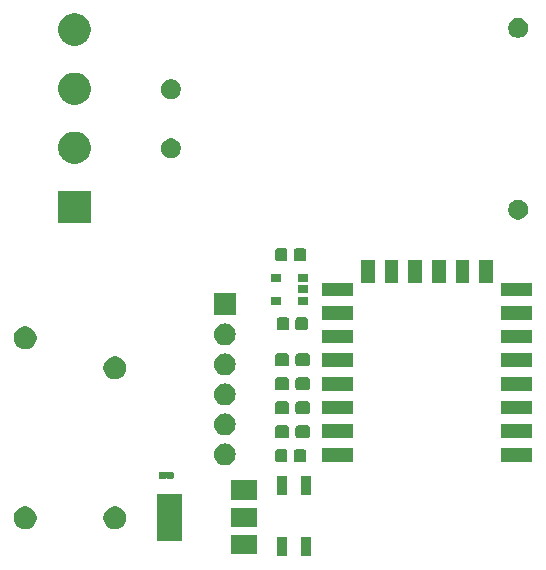
<source format=gts>
G04 #@! TF.GenerationSoftware,KiCad,Pcbnew,5.0.2-bee76a0~70~ubuntu18.04.1*
G04 #@! TF.CreationDate,2019-08-21T20:27:36+02:00*
G04 #@! TF.ProjectId,Ceiling lamp,4365696c-696e-4672-906c-616d702e6b69,rev?*
G04 #@! TF.SameCoordinates,Original*
G04 #@! TF.FileFunction,Soldermask,Top*
G04 #@! TF.FilePolarity,Negative*
%FSLAX46Y46*%
G04 Gerber Fmt 4.6, Leading zero omitted, Abs format (unit mm)*
G04 Created by KiCad (PCBNEW 5.0.2-bee76a0~70~ubuntu18.04.1) date mié 21 ago 2019 20:27:36 CEST*
%MOMM*%
%LPD*%
G01*
G04 APERTURE LIST*
%ADD10C,0.100000*%
G04 APERTURE END LIST*
D10*
G36*
X97183000Y-95074000D02*
X96333000Y-95074000D01*
X96333000Y-93474000D01*
X97183000Y-93474000D01*
X97183000Y-95074000D01*
X97183000Y-95074000D01*
G37*
G36*
X95183000Y-95074000D02*
X94333000Y-95074000D01*
X94333000Y-93474000D01*
X95183000Y-93474000D01*
X95183000Y-95074000D01*
X95183000Y-95074000D01*
G37*
G36*
X92617000Y-94946000D02*
X90467000Y-94946000D01*
X90467000Y-93296000D01*
X92617000Y-93296000D01*
X92617000Y-94946000D01*
X92617000Y-94946000D01*
G37*
G36*
X86317000Y-93796000D02*
X84167000Y-93796000D01*
X84167000Y-89846000D01*
X86317000Y-89846000D01*
X86317000Y-93796000D01*
X86317000Y-93796000D01*
G37*
G36*
X73299397Y-90927468D02*
X73476836Y-91000966D01*
X73636527Y-91107668D01*
X73772332Y-91243473D01*
X73879034Y-91403164D01*
X73952532Y-91580603D01*
X73990000Y-91768971D01*
X73990000Y-91961029D01*
X73952532Y-92149397D01*
X73879034Y-92326836D01*
X73772332Y-92486527D01*
X73636527Y-92622332D01*
X73476836Y-92729034D01*
X73299397Y-92802532D01*
X73111029Y-92840000D01*
X72918971Y-92840000D01*
X72730603Y-92802532D01*
X72553164Y-92729034D01*
X72393473Y-92622332D01*
X72257668Y-92486527D01*
X72150966Y-92326836D01*
X72077468Y-92149397D01*
X72040000Y-91961029D01*
X72040000Y-91768971D01*
X72077468Y-91580603D01*
X72150966Y-91403164D01*
X72257668Y-91243473D01*
X72393473Y-91107668D01*
X72553164Y-91000966D01*
X72730603Y-90927468D01*
X72918971Y-90890000D01*
X73111029Y-90890000D01*
X73299397Y-90927468D01*
X73299397Y-90927468D01*
G37*
G36*
X80899397Y-90927468D02*
X81076836Y-91000966D01*
X81236527Y-91107668D01*
X81372332Y-91243473D01*
X81479034Y-91403164D01*
X81552532Y-91580603D01*
X81590000Y-91768971D01*
X81590000Y-91961029D01*
X81552532Y-92149397D01*
X81479034Y-92326836D01*
X81372332Y-92486527D01*
X81236527Y-92622332D01*
X81076836Y-92729034D01*
X80899397Y-92802532D01*
X80711029Y-92840000D01*
X80518971Y-92840000D01*
X80330603Y-92802532D01*
X80153164Y-92729034D01*
X79993473Y-92622332D01*
X79857668Y-92486527D01*
X79750966Y-92326836D01*
X79677468Y-92149397D01*
X79640000Y-91961029D01*
X79640000Y-91768971D01*
X79677468Y-91580603D01*
X79750966Y-91403164D01*
X79857668Y-91243473D01*
X79993473Y-91107668D01*
X80153164Y-91000966D01*
X80330603Y-90927468D01*
X80518971Y-90890000D01*
X80711029Y-90890000D01*
X80899397Y-90927468D01*
X80899397Y-90927468D01*
G37*
G36*
X92617000Y-92646000D02*
X90467000Y-92646000D01*
X90467000Y-90996000D01*
X92617000Y-90996000D01*
X92617000Y-92646000D01*
X92617000Y-92646000D01*
G37*
G36*
X92617000Y-90346000D02*
X90467000Y-90346000D01*
X90467000Y-88696000D01*
X92617000Y-88696000D01*
X92617000Y-90346000D01*
X92617000Y-90346000D01*
G37*
G36*
X97183000Y-89914000D02*
X96333000Y-89914000D01*
X96333000Y-88314000D01*
X97183000Y-88314000D01*
X97183000Y-89914000D01*
X97183000Y-89914000D01*
G37*
G36*
X95183000Y-89914000D02*
X94333000Y-89914000D01*
X94333000Y-88314000D01*
X95183000Y-88314000D01*
X95183000Y-89914000D01*
X95183000Y-89914000D01*
G37*
G36*
X84887512Y-87992034D02*
X84901470Y-87996268D01*
X84904076Y-87997661D01*
X84926715Y-88007038D01*
X84950749Y-88011818D01*
X84975253Y-88011818D01*
X84999286Y-88007037D01*
X85021924Y-87997661D01*
X85024530Y-87996268D01*
X85038488Y-87992034D01*
X85059140Y-87990000D01*
X85506860Y-87990000D01*
X85527512Y-87992034D01*
X85541471Y-87996268D01*
X85554333Y-88003143D01*
X85565605Y-88012395D01*
X85574857Y-88023667D01*
X85581732Y-88036529D01*
X85585966Y-88050488D01*
X85588000Y-88071140D01*
X85588000Y-88458860D01*
X85585966Y-88479512D01*
X85581732Y-88493471D01*
X85574857Y-88506333D01*
X85565605Y-88517605D01*
X85554333Y-88526857D01*
X85541471Y-88533732D01*
X85527512Y-88537966D01*
X85506860Y-88540000D01*
X85059140Y-88540000D01*
X85038488Y-88537966D01*
X85024530Y-88533732D01*
X85021924Y-88532339D01*
X84999285Y-88522962D01*
X84975251Y-88518182D01*
X84950747Y-88518182D01*
X84926714Y-88522963D01*
X84904076Y-88532339D01*
X84901470Y-88533732D01*
X84887512Y-88537966D01*
X84866860Y-88540000D01*
X84419140Y-88540000D01*
X84398488Y-88537966D01*
X84384529Y-88533732D01*
X84371667Y-88526857D01*
X84360395Y-88517605D01*
X84351143Y-88506333D01*
X84344268Y-88493471D01*
X84340034Y-88479512D01*
X84338000Y-88458860D01*
X84338000Y-88071140D01*
X84340034Y-88050488D01*
X84344268Y-88036529D01*
X84351143Y-88023667D01*
X84360395Y-88012395D01*
X84371667Y-88003143D01*
X84384529Y-87996268D01*
X84398488Y-87992034D01*
X84419140Y-87990000D01*
X84866860Y-87990000D01*
X84887512Y-87992034D01*
X84887512Y-87992034D01*
G37*
G36*
X90097330Y-85575384D02*
X90271696Y-85628277D01*
X90432390Y-85714170D01*
X90573238Y-85829762D01*
X90688830Y-85970610D01*
X90774723Y-86131304D01*
X90827616Y-86305670D01*
X90845475Y-86487000D01*
X90827616Y-86668330D01*
X90774723Y-86842696D01*
X90688830Y-87003390D01*
X90573238Y-87144238D01*
X90432390Y-87259830D01*
X90271696Y-87345723D01*
X90097330Y-87398616D01*
X89961438Y-87412000D01*
X89870562Y-87412000D01*
X89734670Y-87398616D01*
X89560304Y-87345723D01*
X89399610Y-87259830D01*
X89258762Y-87144238D01*
X89143170Y-87003390D01*
X89057277Y-86842696D01*
X89004384Y-86668330D01*
X88986525Y-86487000D01*
X89004384Y-86305670D01*
X89057277Y-86131304D01*
X89143170Y-85970610D01*
X89258762Y-85829762D01*
X89399610Y-85714170D01*
X89560304Y-85628277D01*
X89734670Y-85575384D01*
X89870562Y-85562000D01*
X89961438Y-85562000D01*
X90097330Y-85575384D01*
X90097330Y-85575384D01*
G37*
G36*
X96647931Y-86068316D02*
X96684163Y-86079307D01*
X96717554Y-86097155D01*
X96746824Y-86121176D01*
X96770845Y-86150446D01*
X96788693Y-86183837D01*
X96799684Y-86220069D01*
X96804000Y-86263891D01*
X96804000Y-86964109D01*
X96799684Y-87007931D01*
X96788693Y-87044163D01*
X96770845Y-87077554D01*
X96746824Y-87106824D01*
X96717554Y-87130845D01*
X96684163Y-87148693D01*
X96647931Y-87159684D01*
X96604109Y-87164000D01*
X95978891Y-87164000D01*
X95935069Y-87159684D01*
X95898837Y-87148693D01*
X95865446Y-87130845D01*
X95836176Y-87106824D01*
X95812155Y-87077554D01*
X95794307Y-87044163D01*
X95783316Y-87007931D01*
X95779000Y-86964109D01*
X95779000Y-86263891D01*
X95783316Y-86220069D01*
X95794307Y-86183837D01*
X95812155Y-86150446D01*
X95836176Y-86121176D01*
X95865446Y-86097155D01*
X95898837Y-86079307D01*
X95935069Y-86068316D01*
X95978891Y-86064000D01*
X96604109Y-86064000D01*
X96647931Y-86068316D01*
X96647931Y-86068316D01*
G37*
G36*
X95072931Y-86068316D02*
X95109163Y-86079307D01*
X95142554Y-86097155D01*
X95171824Y-86121176D01*
X95195845Y-86150446D01*
X95213693Y-86183837D01*
X95224684Y-86220069D01*
X95229000Y-86263891D01*
X95229000Y-86964109D01*
X95224684Y-87007931D01*
X95213693Y-87044163D01*
X95195845Y-87077554D01*
X95171824Y-87106824D01*
X95142554Y-87130845D01*
X95109163Y-87148693D01*
X95072931Y-87159684D01*
X95029109Y-87164000D01*
X94403891Y-87164000D01*
X94360069Y-87159684D01*
X94323837Y-87148693D01*
X94290446Y-87130845D01*
X94261176Y-87106824D01*
X94237155Y-87077554D01*
X94219307Y-87044163D01*
X94208316Y-87007931D01*
X94204000Y-86964109D01*
X94204000Y-86263891D01*
X94208316Y-86220069D01*
X94219307Y-86183837D01*
X94237155Y-86150446D01*
X94261176Y-86121176D01*
X94290446Y-86097155D01*
X94323837Y-86079307D01*
X94360069Y-86068316D01*
X94403891Y-86064000D01*
X95029109Y-86064000D01*
X95072931Y-86068316D01*
X95072931Y-86068316D01*
G37*
G36*
X100766000Y-87093000D02*
X98116000Y-87093000D01*
X98116000Y-85943000D01*
X100766000Y-85943000D01*
X100766000Y-87093000D01*
X100766000Y-87093000D01*
G37*
G36*
X115966000Y-87093000D02*
X113316000Y-87093000D01*
X113316000Y-85943000D01*
X115966000Y-85943000D01*
X115966000Y-87093000D01*
X115966000Y-87093000D01*
G37*
G36*
X96934840Y-84036676D02*
X96974589Y-84048734D01*
X97011223Y-84068315D01*
X97043333Y-84094667D01*
X97069685Y-84126777D01*
X97089266Y-84163411D01*
X97101324Y-84203160D01*
X97106000Y-84250640D01*
X97106000Y-84913360D01*
X97101324Y-84960840D01*
X97089266Y-85000589D01*
X97069685Y-85037223D01*
X97043333Y-85069333D01*
X97011223Y-85095685D01*
X96974589Y-85115266D01*
X96934840Y-85127324D01*
X96887360Y-85132000D01*
X96124640Y-85132000D01*
X96077160Y-85127324D01*
X96037411Y-85115266D01*
X96000777Y-85095685D01*
X95968667Y-85069333D01*
X95942315Y-85037223D01*
X95922734Y-85000589D01*
X95910676Y-84960840D01*
X95906000Y-84913360D01*
X95906000Y-84250640D01*
X95910676Y-84203160D01*
X95922734Y-84163411D01*
X95942315Y-84126777D01*
X95968667Y-84094667D01*
X96000777Y-84068315D01*
X96037411Y-84048734D01*
X96077160Y-84036676D01*
X96124640Y-84032000D01*
X96887360Y-84032000D01*
X96934840Y-84036676D01*
X96934840Y-84036676D01*
G37*
G36*
X95184840Y-84036676D02*
X95224589Y-84048734D01*
X95261223Y-84068315D01*
X95293333Y-84094667D01*
X95319685Y-84126777D01*
X95339266Y-84163411D01*
X95351324Y-84203160D01*
X95356000Y-84250640D01*
X95356000Y-84913360D01*
X95351324Y-84960840D01*
X95339266Y-85000589D01*
X95319685Y-85037223D01*
X95293333Y-85069333D01*
X95261223Y-85095685D01*
X95224589Y-85115266D01*
X95184840Y-85127324D01*
X95137360Y-85132000D01*
X94374640Y-85132000D01*
X94327160Y-85127324D01*
X94287411Y-85115266D01*
X94250777Y-85095685D01*
X94218667Y-85069333D01*
X94192315Y-85037223D01*
X94172734Y-85000589D01*
X94160676Y-84960840D01*
X94156000Y-84913360D01*
X94156000Y-84250640D01*
X94160676Y-84203160D01*
X94172734Y-84163411D01*
X94192315Y-84126777D01*
X94218667Y-84094667D01*
X94250777Y-84068315D01*
X94287411Y-84048734D01*
X94327160Y-84036676D01*
X94374640Y-84032000D01*
X95137360Y-84032000D01*
X95184840Y-84036676D01*
X95184840Y-84036676D01*
G37*
G36*
X115966000Y-85093000D02*
X113316000Y-85093000D01*
X113316000Y-83943000D01*
X115966000Y-83943000D01*
X115966000Y-85093000D01*
X115966000Y-85093000D01*
G37*
G36*
X100766000Y-85093000D02*
X98116000Y-85093000D01*
X98116000Y-83943000D01*
X100766000Y-83943000D01*
X100766000Y-85093000D01*
X100766000Y-85093000D01*
G37*
G36*
X90097330Y-83035384D02*
X90271696Y-83088277D01*
X90432390Y-83174170D01*
X90573238Y-83289762D01*
X90688830Y-83430610D01*
X90774723Y-83591304D01*
X90827616Y-83765670D01*
X90845475Y-83947000D01*
X90827616Y-84128330D01*
X90774723Y-84302696D01*
X90688830Y-84463390D01*
X90573238Y-84604238D01*
X90432390Y-84719830D01*
X90271696Y-84805723D01*
X90097330Y-84858616D01*
X89961438Y-84872000D01*
X89870562Y-84872000D01*
X89734670Y-84858616D01*
X89560304Y-84805723D01*
X89399610Y-84719830D01*
X89258762Y-84604238D01*
X89143170Y-84463390D01*
X89057277Y-84302696D01*
X89004384Y-84128330D01*
X88986525Y-83947000D01*
X89004384Y-83765670D01*
X89057277Y-83591304D01*
X89143170Y-83430610D01*
X89258762Y-83289762D01*
X89399610Y-83174170D01*
X89560304Y-83088277D01*
X89734670Y-83035384D01*
X89870562Y-83022000D01*
X89961438Y-83022000D01*
X90097330Y-83035384D01*
X90097330Y-83035384D01*
G37*
G36*
X95184840Y-82004676D02*
X95224589Y-82016734D01*
X95261223Y-82036315D01*
X95293333Y-82062667D01*
X95319685Y-82094777D01*
X95339266Y-82131411D01*
X95351324Y-82171160D01*
X95356000Y-82218640D01*
X95356000Y-82881360D01*
X95351324Y-82928840D01*
X95339266Y-82968589D01*
X95319685Y-83005223D01*
X95293333Y-83037333D01*
X95261223Y-83063685D01*
X95224589Y-83083266D01*
X95184840Y-83095324D01*
X95137360Y-83100000D01*
X94374640Y-83100000D01*
X94327160Y-83095324D01*
X94287411Y-83083266D01*
X94250777Y-83063685D01*
X94218667Y-83037333D01*
X94192315Y-83005223D01*
X94172734Y-82968589D01*
X94160676Y-82928840D01*
X94156000Y-82881360D01*
X94156000Y-82218640D01*
X94160676Y-82171160D01*
X94172734Y-82131411D01*
X94192315Y-82094777D01*
X94218667Y-82062667D01*
X94250777Y-82036315D01*
X94287411Y-82016734D01*
X94327160Y-82004676D01*
X94374640Y-82000000D01*
X95137360Y-82000000D01*
X95184840Y-82004676D01*
X95184840Y-82004676D01*
G37*
G36*
X96934840Y-82004676D02*
X96974589Y-82016734D01*
X97011223Y-82036315D01*
X97043333Y-82062667D01*
X97069685Y-82094777D01*
X97089266Y-82131411D01*
X97101324Y-82171160D01*
X97106000Y-82218640D01*
X97106000Y-82881360D01*
X97101324Y-82928840D01*
X97089266Y-82968589D01*
X97069685Y-83005223D01*
X97043333Y-83037333D01*
X97011223Y-83063685D01*
X96974589Y-83083266D01*
X96934840Y-83095324D01*
X96887360Y-83100000D01*
X96124640Y-83100000D01*
X96077160Y-83095324D01*
X96037411Y-83083266D01*
X96000777Y-83063685D01*
X95968667Y-83037333D01*
X95942315Y-83005223D01*
X95922734Y-82968589D01*
X95910676Y-82928840D01*
X95906000Y-82881360D01*
X95906000Y-82218640D01*
X95910676Y-82171160D01*
X95922734Y-82131411D01*
X95942315Y-82094777D01*
X95968667Y-82062667D01*
X96000777Y-82036315D01*
X96037411Y-82016734D01*
X96077160Y-82004676D01*
X96124640Y-82000000D01*
X96887360Y-82000000D01*
X96934840Y-82004676D01*
X96934840Y-82004676D01*
G37*
G36*
X100766000Y-83093000D02*
X98116000Y-83093000D01*
X98116000Y-81943000D01*
X100766000Y-81943000D01*
X100766000Y-83093000D01*
X100766000Y-83093000D01*
G37*
G36*
X115966000Y-83093000D02*
X113316000Y-83093000D01*
X113316000Y-81943000D01*
X115966000Y-81943000D01*
X115966000Y-83093000D01*
X115966000Y-83093000D01*
G37*
G36*
X90097330Y-80495384D02*
X90271696Y-80548277D01*
X90432390Y-80634170D01*
X90573238Y-80749762D01*
X90688830Y-80890610D01*
X90774723Y-81051304D01*
X90827616Y-81225670D01*
X90845475Y-81407000D01*
X90827616Y-81588330D01*
X90774723Y-81762696D01*
X90688830Y-81923390D01*
X90573238Y-82064238D01*
X90432390Y-82179830D01*
X90271696Y-82265723D01*
X90097330Y-82318616D01*
X89961438Y-82332000D01*
X89870562Y-82332000D01*
X89734670Y-82318616D01*
X89560304Y-82265723D01*
X89399610Y-82179830D01*
X89258762Y-82064238D01*
X89143170Y-81923390D01*
X89057277Y-81762696D01*
X89004384Y-81588330D01*
X88986525Y-81407000D01*
X89004384Y-81225670D01*
X89057277Y-81051304D01*
X89143170Y-80890610D01*
X89258762Y-80749762D01*
X89399610Y-80634170D01*
X89560304Y-80548277D01*
X89734670Y-80495384D01*
X89870562Y-80482000D01*
X89961438Y-80482000D01*
X90097330Y-80495384D01*
X90097330Y-80495384D01*
G37*
G36*
X115966000Y-81093000D02*
X113316000Y-81093000D01*
X113316000Y-79943000D01*
X115966000Y-79943000D01*
X115966000Y-81093000D01*
X115966000Y-81093000D01*
G37*
G36*
X100766000Y-81093000D02*
X98116000Y-81093000D01*
X98116000Y-79943000D01*
X100766000Y-79943000D01*
X100766000Y-81093000D01*
X100766000Y-81093000D01*
G37*
G36*
X96934840Y-79972676D02*
X96974589Y-79984734D01*
X97011223Y-80004315D01*
X97043333Y-80030667D01*
X97069685Y-80062777D01*
X97089266Y-80099411D01*
X97101324Y-80139160D01*
X97106000Y-80186640D01*
X97106000Y-80849360D01*
X97101324Y-80896840D01*
X97089266Y-80936589D01*
X97069685Y-80973223D01*
X97043333Y-81005333D01*
X97011223Y-81031685D01*
X96974589Y-81051266D01*
X96934840Y-81063324D01*
X96887360Y-81068000D01*
X96124640Y-81068000D01*
X96077160Y-81063324D01*
X96037411Y-81051266D01*
X96000777Y-81031685D01*
X95968667Y-81005333D01*
X95942315Y-80973223D01*
X95922734Y-80936589D01*
X95910676Y-80896840D01*
X95906000Y-80849360D01*
X95906000Y-80186640D01*
X95910676Y-80139160D01*
X95922734Y-80099411D01*
X95942315Y-80062777D01*
X95968667Y-80030667D01*
X96000777Y-80004315D01*
X96037411Y-79984734D01*
X96077160Y-79972676D01*
X96124640Y-79968000D01*
X96887360Y-79968000D01*
X96934840Y-79972676D01*
X96934840Y-79972676D01*
G37*
G36*
X95184840Y-79972676D02*
X95224589Y-79984734D01*
X95261223Y-80004315D01*
X95293333Y-80030667D01*
X95319685Y-80062777D01*
X95339266Y-80099411D01*
X95351324Y-80139160D01*
X95356000Y-80186640D01*
X95356000Y-80849360D01*
X95351324Y-80896840D01*
X95339266Y-80936589D01*
X95319685Y-80973223D01*
X95293333Y-81005333D01*
X95261223Y-81031685D01*
X95224589Y-81051266D01*
X95184840Y-81063324D01*
X95137360Y-81068000D01*
X94374640Y-81068000D01*
X94327160Y-81063324D01*
X94287411Y-81051266D01*
X94250777Y-81031685D01*
X94218667Y-81005333D01*
X94192315Y-80973223D01*
X94172734Y-80936589D01*
X94160676Y-80896840D01*
X94156000Y-80849360D01*
X94156000Y-80186640D01*
X94160676Y-80139160D01*
X94172734Y-80099411D01*
X94192315Y-80062777D01*
X94218667Y-80030667D01*
X94250777Y-80004315D01*
X94287411Y-79984734D01*
X94327160Y-79972676D01*
X94374640Y-79968000D01*
X95137360Y-79968000D01*
X95184840Y-79972676D01*
X95184840Y-79972676D01*
G37*
G36*
X80899397Y-78227468D02*
X81076836Y-78300966D01*
X81236527Y-78407668D01*
X81372332Y-78543473D01*
X81479034Y-78703164D01*
X81552532Y-78880603D01*
X81590000Y-79068971D01*
X81590000Y-79261029D01*
X81552532Y-79449397D01*
X81479034Y-79626836D01*
X81372332Y-79786527D01*
X81236527Y-79922332D01*
X81076836Y-80029034D01*
X80899397Y-80102532D01*
X80711029Y-80140000D01*
X80518971Y-80140000D01*
X80330603Y-80102532D01*
X80153164Y-80029034D01*
X79993473Y-79922332D01*
X79857668Y-79786527D01*
X79750966Y-79626836D01*
X79677468Y-79449397D01*
X79640000Y-79261029D01*
X79640000Y-79068971D01*
X79677468Y-78880603D01*
X79750966Y-78703164D01*
X79857668Y-78543473D01*
X79993473Y-78407668D01*
X80153164Y-78300966D01*
X80330603Y-78227468D01*
X80518971Y-78190000D01*
X80711029Y-78190000D01*
X80899397Y-78227468D01*
X80899397Y-78227468D01*
G37*
G36*
X90097330Y-77955384D02*
X90271696Y-78008277D01*
X90432390Y-78094170D01*
X90573238Y-78209762D01*
X90688830Y-78350610D01*
X90774723Y-78511304D01*
X90827616Y-78685670D01*
X90845475Y-78867000D01*
X90827616Y-79048330D01*
X90774723Y-79222696D01*
X90688830Y-79383390D01*
X90573238Y-79524238D01*
X90432390Y-79639830D01*
X90271696Y-79725723D01*
X90097330Y-79778616D01*
X89961438Y-79792000D01*
X89870562Y-79792000D01*
X89734670Y-79778616D01*
X89560304Y-79725723D01*
X89399610Y-79639830D01*
X89258762Y-79524238D01*
X89143170Y-79383390D01*
X89057277Y-79222696D01*
X89004384Y-79048330D01*
X88986525Y-78867000D01*
X89004384Y-78685670D01*
X89057277Y-78511304D01*
X89143170Y-78350610D01*
X89258762Y-78209762D01*
X89399610Y-78094170D01*
X89560304Y-78008277D01*
X89734670Y-77955384D01*
X89870562Y-77942000D01*
X89961438Y-77942000D01*
X90097330Y-77955384D01*
X90097330Y-77955384D01*
G37*
G36*
X100766000Y-79093000D02*
X98116000Y-79093000D01*
X98116000Y-77943000D01*
X100766000Y-77943000D01*
X100766000Y-79093000D01*
X100766000Y-79093000D01*
G37*
G36*
X115966000Y-79093000D02*
X113316000Y-79093000D01*
X113316000Y-77943000D01*
X115966000Y-77943000D01*
X115966000Y-79093000D01*
X115966000Y-79093000D01*
G37*
G36*
X96934840Y-77940676D02*
X96974589Y-77952734D01*
X97011223Y-77972315D01*
X97043333Y-77998667D01*
X97069685Y-78030777D01*
X97089266Y-78067411D01*
X97101324Y-78107160D01*
X97106000Y-78154640D01*
X97106000Y-78817360D01*
X97101324Y-78864840D01*
X97089266Y-78904589D01*
X97069685Y-78941223D01*
X97043333Y-78973333D01*
X97011223Y-78999685D01*
X96974589Y-79019266D01*
X96934840Y-79031324D01*
X96887360Y-79036000D01*
X96124640Y-79036000D01*
X96077160Y-79031324D01*
X96037411Y-79019266D01*
X96000777Y-78999685D01*
X95968667Y-78973333D01*
X95942315Y-78941223D01*
X95922734Y-78904589D01*
X95910676Y-78864840D01*
X95906000Y-78817360D01*
X95906000Y-78154640D01*
X95910676Y-78107160D01*
X95922734Y-78067411D01*
X95942315Y-78030777D01*
X95968667Y-77998667D01*
X96000777Y-77972315D01*
X96037411Y-77952734D01*
X96077160Y-77940676D01*
X96124640Y-77936000D01*
X96887360Y-77936000D01*
X96934840Y-77940676D01*
X96934840Y-77940676D01*
G37*
G36*
X95184840Y-77940676D02*
X95224589Y-77952734D01*
X95261223Y-77972315D01*
X95293333Y-77998667D01*
X95319685Y-78030777D01*
X95339266Y-78067411D01*
X95351324Y-78107160D01*
X95356000Y-78154640D01*
X95356000Y-78817360D01*
X95351324Y-78864840D01*
X95339266Y-78904589D01*
X95319685Y-78941223D01*
X95293333Y-78973333D01*
X95261223Y-78999685D01*
X95224589Y-79019266D01*
X95184840Y-79031324D01*
X95137360Y-79036000D01*
X94374640Y-79036000D01*
X94327160Y-79031324D01*
X94287411Y-79019266D01*
X94250777Y-78999685D01*
X94218667Y-78973333D01*
X94192315Y-78941223D01*
X94172734Y-78904589D01*
X94160676Y-78864840D01*
X94156000Y-78817360D01*
X94156000Y-78154640D01*
X94160676Y-78107160D01*
X94172734Y-78067411D01*
X94192315Y-78030777D01*
X94218667Y-77998667D01*
X94250777Y-77972315D01*
X94287411Y-77952734D01*
X94327160Y-77940676D01*
X94374640Y-77936000D01*
X95137360Y-77936000D01*
X95184840Y-77940676D01*
X95184840Y-77940676D01*
G37*
G36*
X73299397Y-75687468D02*
X73476836Y-75760966D01*
X73636527Y-75867668D01*
X73772332Y-76003473D01*
X73879034Y-76163164D01*
X73952532Y-76340603D01*
X73990000Y-76528971D01*
X73990000Y-76721029D01*
X73952532Y-76909397D01*
X73879034Y-77086836D01*
X73772332Y-77246527D01*
X73636527Y-77382332D01*
X73476836Y-77489034D01*
X73299397Y-77562532D01*
X73111029Y-77600000D01*
X72918971Y-77600000D01*
X72730603Y-77562532D01*
X72553164Y-77489034D01*
X72393473Y-77382332D01*
X72257668Y-77246527D01*
X72150966Y-77086836D01*
X72077468Y-76909397D01*
X72040000Y-76721029D01*
X72040000Y-76528971D01*
X72077468Y-76340603D01*
X72150966Y-76163164D01*
X72257668Y-76003473D01*
X72393473Y-75867668D01*
X72553164Y-75760966D01*
X72730603Y-75687468D01*
X72918971Y-75650000D01*
X73111029Y-75650000D01*
X73299397Y-75687468D01*
X73299397Y-75687468D01*
G37*
G36*
X90097330Y-75415384D02*
X90271696Y-75468277D01*
X90432390Y-75554170D01*
X90573238Y-75669762D01*
X90688830Y-75810610D01*
X90774723Y-75971304D01*
X90827616Y-76145670D01*
X90845475Y-76327000D01*
X90827616Y-76508330D01*
X90774723Y-76682696D01*
X90688830Y-76843390D01*
X90573238Y-76984238D01*
X90432390Y-77099830D01*
X90271696Y-77185723D01*
X90097330Y-77238616D01*
X89961438Y-77252000D01*
X89870562Y-77252000D01*
X89734670Y-77238616D01*
X89560304Y-77185723D01*
X89399610Y-77099830D01*
X89258762Y-76984238D01*
X89143170Y-76843390D01*
X89057277Y-76682696D01*
X89004384Y-76508330D01*
X88986525Y-76327000D01*
X89004384Y-76145670D01*
X89057277Y-75971304D01*
X89143170Y-75810610D01*
X89258762Y-75669762D01*
X89399610Y-75554170D01*
X89560304Y-75468277D01*
X89734670Y-75415384D01*
X89870562Y-75402000D01*
X89961438Y-75402000D01*
X90097330Y-75415384D01*
X90097330Y-75415384D01*
G37*
G36*
X115966000Y-77093000D02*
X113316000Y-77093000D01*
X113316000Y-75943000D01*
X115966000Y-75943000D01*
X115966000Y-77093000D01*
X115966000Y-77093000D01*
G37*
G36*
X100766000Y-77093000D02*
X98116000Y-77093000D01*
X98116000Y-75943000D01*
X100766000Y-75943000D01*
X100766000Y-77093000D01*
X100766000Y-77093000D01*
G37*
G36*
X96774931Y-74892316D02*
X96811163Y-74903307D01*
X96844554Y-74921155D01*
X96873824Y-74945176D01*
X96897845Y-74974446D01*
X96915693Y-75007837D01*
X96926684Y-75044069D01*
X96931000Y-75087891D01*
X96931000Y-75788109D01*
X96926684Y-75831931D01*
X96915693Y-75868163D01*
X96897845Y-75901554D01*
X96873824Y-75930824D01*
X96844554Y-75954845D01*
X96811163Y-75972693D01*
X96774931Y-75983684D01*
X96731109Y-75988000D01*
X96105891Y-75988000D01*
X96062069Y-75983684D01*
X96025837Y-75972693D01*
X95992446Y-75954845D01*
X95963176Y-75930824D01*
X95939155Y-75901554D01*
X95921307Y-75868163D01*
X95910316Y-75831931D01*
X95906000Y-75788109D01*
X95906000Y-75087891D01*
X95910316Y-75044069D01*
X95921307Y-75007837D01*
X95939155Y-74974446D01*
X95963176Y-74945176D01*
X95992446Y-74921155D01*
X96025837Y-74903307D01*
X96062069Y-74892316D01*
X96105891Y-74888000D01*
X96731109Y-74888000D01*
X96774931Y-74892316D01*
X96774931Y-74892316D01*
G37*
G36*
X95199931Y-74892316D02*
X95236163Y-74903307D01*
X95269554Y-74921155D01*
X95298824Y-74945176D01*
X95322845Y-74974446D01*
X95340693Y-75007837D01*
X95351684Y-75044069D01*
X95356000Y-75087891D01*
X95356000Y-75788109D01*
X95351684Y-75831931D01*
X95340693Y-75868163D01*
X95322845Y-75901554D01*
X95298824Y-75930824D01*
X95269554Y-75954845D01*
X95236163Y-75972693D01*
X95199931Y-75983684D01*
X95156109Y-75988000D01*
X94530891Y-75988000D01*
X94487069Y-75983684D01*
X94450837Y-75972693D01*
X94417446Y-75954845D01*
X94388176Y-75930824D01*
X94364155Y-75901554D01*
X94346307Y-75868163D01*
X94335316Y-75831931D01*
X94331000Y-75788109D01*
X94331000Y-75087891D01*
X94335316Y-75044069D01*
X94346307Y-75007837D01*
X94364155Y-74974446D01*
X94388176Y-74945176D01*
X94417446Y-74921155D01*
X94450837Y-74903307D01*
X94487069Y-74892316D01*
X94530891Y-74888000D01*
X95156109Y-74888000D01*
X95199931Y-74892316D01*
X95199931Y-74892316D01*
G37*
G36*
X100766000Y-75093000D02*
X98116000Y-75093000D01*
X98116000Y-73943000D01*
X100766000Y-73943000D01*
X100766000Y-75093000D01*
X100766000Y-75093000D01*
G37*
G36*
X115966000Y-75093000D02*
X113316000Y-75093000D01*
X113316000Y-73943000D01*
X115966000Y-73943000D01*
X115966000Y-75093000D01*
X115966000Y-75093000D01*
G37*
G36*
X90841000Y-74712000D02*
X88991000Y-74712000D01*
X88991000Y-72862000D01*
X90841000Y-72862000D01*
X90841000Y-74712000D01*
X90841000Y-74712000D01*
G37*
G36*
X96962000Y-73797000D02*
X96112000Y-73797000D01*
X96112000Y-73137000D01*
X96962000Y-73137000D01*
X96962000Y-73797000D01*
X96962000Y-73797000D01*
G37*
G36*
X94642000Y-73797000D02*
X93792000Y-73797000D01*
X93792000Y-73137000D01*
X94642000Y-73137000D01*
X94642000Y-73797000D01*
X94642000Y-73797000D01*
G37*
G36*
X100766000Y-73093000D02*
X98116000Y-73093000D01*
X98116000Y-71943000D01*
X100766000Y-71943000D01*
X100766000Y-73093000D01*
X100766000Y-73093000D01*
G37*
G36*
X115966000Y-73093000D02*
X113316000Y-73093000D01*
X113316000Y-71943000D01*
X115966000Y-71943000D01*
X115966000Y-73093000D01*
X115966000Y-73093000D01*
G37*
G36*
X96962000Y-72847000D02*
X96112000Y-72847000D01*
X96112000Y-72187000D01*
X96962000Y-72187000D01*
X96962000Y-72847000D01*
X96962000Y-72847000D01*
G37*
G36*
X106616000Y-71993000D02*
X105466000Y-71993000D01*
X105466000Y-70043000D01*
X106616000Y-70043000D01*
X106616000Y-71993000D01*
X106616000Y-71993000D01*
G37*
G36*
X102616000Y-71993000D02*
X101466000Y-71993000D01*
X101466000Y-70043000D01*
X102616000Y-70043000D01*
X102616000Y-71993000D01*
X102616000Y-71993000D01*
G37*
G36*
X104616000Y-71993000D02*
X103466000Y-71993000D01*
X103466000Y-70043000D01*
X104616000Y-70043000D01*
X104616000Y-71993000D01*
X104616000Y-71993000D01*
G37*
G36*
X112616000Y-71993000D02*
X111466000Y-71993000D01*
X111466000Y-70043000D01*
X112616000Y-70043000D01*
X112616000Y-71993000D01*
X112616000Y-71993000D01*
G37*
G36*
X110616000Y-71993000D02*
X109466000Y-71993000D01*
X109466000Y-70043000D01*
X110616000Y-70043000D01*
X110616000Y-71993000D01*
X110616000Y-71993000D01*
G37*
G36*
X108616000Y-71993000D02*
X107466000Y-71993000D01*
X107466000Y-70043000D01*
X108616000Y-70043000D01*
X108616000Y-71993000D01*
X108616000Y-71993000D01*
G37*
G36*
X96962000Y-71897000D02*
X96112000Y-71897000D01*
X96112000Y-71237000D01*
X96962000Y-71237000D01*
X96962000Y-71897000D01*
X96962000Y-71897000D01*
G37*
G36*
X94642000Y-71897000D02*
X93792000Y-71897000D01*
X93792000Y-71237000D01*
X94642000Y-71237000D01*
X94642000Y-71897000D01*
X94642000Y-71897000D01*
G37*
G36*
X96647931Y-69050316D02*
X96684163Y-69061307D01*
X96717554Y-69079155D01*
X96746824Y-69103176D01*
X96770845Y-69132446D01*
X96788693Y-69165837D01*
X96799684Y-69202069D01*
X96804000Y-69245891D01*
X96804000Y-69946109D01*
X96799684Y-69989931D01*
X96788693Y-70026163D01*
X96770845Y-70059554D01*
X96746824Y-70088824D01*
X96717554Y-70112845D01*
X96684163Y-70130693D01*
X96647931Y-70141684D01*
X96604109Y-70146000D01*
X95978891Y-70146000D01*
X95935069Y-70141684D01*
X95898837Y-70130693D01*
X95865446Y-70112845D01*
X95836176Y-70088824D01*
X95812155Y-70059554D01*
X95794307Y-70026163D01*
X95783316Y-69989931D01*
X95779000Y-69946109D01*
X95779000Y-69245891D01*
X95783316Y-69202069D01*
X95794307Y-69165837D01*
X95812155Y-69132446D01*
X95836176Y-69103176D01*
X95865446Y-69079155D01*
X95898837Y-69061307D01*
X95935069Y-69050316D01*
X95978891Y-69046000D01*
X96604109Y-69046000D01*
X96647931Y-69050316D01*
X96647931Y-69050316D01*
G37*
G36*
X95072931Y-69050316D02*
X95109163Y-69061307D01*
X95142554Y-69079155D01*
X95171824Y-69103176D01*
X95195845Y-69132446D01*
X95213693Y-69165837D01*
X95224684Y-69202069D01*
X95229000Y-69245891D01*
X95229000Y-69946109D01*
X95224684Y-69989931D01*
X95213693Y-70026163D01*
X95195845Y-70059554D01*
X95171824Y-70088824D01*
X95142554Y-70112845D01*
X95109163Y-70130693D01*
X95072931Y-70141684D01*
X95029109Y-70146000D01*
X94403891Y-70146000D01*
X94360069Y-70141684D01*
X94323837Y-70130693D01*
X94290446Y-70112845D01*
X94261176Y-70088824D01*
X94237155Y-70059554D01*
X94219307Y-70026163D01*
X94208316Y-69989931D01*
X94204000Y-69946109D01*
X94204000Y-69245891D01*
X94208316Y-69202069D01*
X94219307Y-69165837D01*
X94237155Y-69132446D01*
X94261176Y-69103176D01*
X94290446Y-69079155D01*
X94323837Y-69061307D01*
X94360069Y-69050316D01*
X94403891Y-69046000D01*
X95029109Y-69046000D01*
X95072931Y-69050316D01*
X95072931Y-69050316D01*
G37*
G36*
X78591000Y-66907000D02*
X75841000Y-66907000D01*
X75841000Y-64157000D01*
X78591000Y-64157000D01*
X78591000Y-66907000D01*
X78591000Y-66907000D01*
G37*
G36*
X115002144Y-64967165D02*
X115154469Y-65030260D01*
X115291557Y-65121860D01*
X115408140Y-65238443D01*
X115499740Y-65375531D01*
X115562835Y-65527856D01*
X115595000Y-65689561D01*
X115595000Y-65854439D01*
X115562835Y-66016144D01*
X115499740Y-66168469D01*
X115408140Y-66305557D01*
X115291557Y-66422140D01*
X115154469Y-66513740D01*
X115002144Y-66576835D01*
X114840439Y-66609000D01*
X114675561Y-66609000D01*
X114513856Y-66576835D01*
X114361531Y-66513740D01*
X114224443Y-66422140D01*
X114107860Y-66305557D01*
X114016260Y-66168469D01*
X113953165Y-66016144D01*
X113921000Y-65854439D01*
X113921000Y-65689561D01*
X113953165Y-65527856D01*
X114016260Y-65375531D01*
X114107860Y-65238443D01*
X114224443Y-65121860D01*
X114361531Y-65030260D01*
X114513856Y-64967165D01*
X114675561Y-64935000D01*
X114840439Y-64935000D01*
X115002144Y-64967165D01*
X115002144Y-64967165D01*
G37*
G36*
X77617072Y-59209840D02*
X77867304Y-59313489D01*
X78092515Y-59463971D01*
X78284029Y-59655485D01*
X78434511Y-59880696D01*
X78538160Y-60130928D01*
X78591000Y-60396573D01*
X78591000Y-60667427D01*
X78538160Y-60933072D01*
X78434511Y-61183304D01*
X78434509Y-61183307D01*
X78408562Y-61222140D01*
X78284029Y-61408515D01*
X78092515Y-61600029D01*
X77867304Y-61750511D01*
X77617072Y-61854160D01*
X77351427Y-61907000D01*
X77080573Y-61907000D01*
X76814928Y-61854160D01*
X76564696Y-61750511D01*
X76339485Y-61600029D01*
X76147971Y-61408515D01*
X76023439Y-61222140D01*
X75997491Y-61183307D01*
X75997489Y-61183304D01*
X75893840Y-60933072D01*
X75841000Y-60667427D01*
X75841000Y-60396573D01*
X75893840Y-60130928D01*
X75997489Y-59880696D01*
X76147971Y-59655485D01*
X76339485Y-59463971D01*
X76564696Y-59313489D01*
X76814928Y-59209840D01*
X77080573Y-59157000D01*
X77351427Y-59157000D01*
X77617072Y-59209840D01*
X77617072Y-59209840D01*
G37*
G36*
X85602144Y-59767165D02*
X85754469Y-59830260D01*
X85891557Y-59921860D01*
X86008140Y-60038443D01*
X86099740Y-60175531D01*
X86162835Y-60327856D01*
X86195000Y-60489561D01*
X86195000Y-60654439D01*
X86162835Y-60816144D01*
X86099740Y-60968469D01*
X86008140Y-61105557D01*
X85891557Y-61222140D01*
X85754469Y-61313740D01*
X85602144Y-61376835D01*
X85440439Y-61409000D01*
X85275561Y-61409000D01*
X85113856Y-61376835D01*
X84961531Y-61313740D01*
X84824443Y-61222140D01*
X84707860Y-61105557D01*
X84616260Y-60968469D01*
X84553165Y-60816144D01*
X84521000Y-60654439D01*
X84521000Y-60489561D01*
X84553165Y-60327856D01*
X84616260Y-60175531D01*
X84707860Y-60038443D01*
X84824443Y-59921860D01*
X84961531Y-59830260D01*
X85113856Y-59767165D01*
X85275561Y-59735000D01*
X85440439Y-59735000D01*
X85602144Y-59767165D01*
X85602144Y-59767165D01*
G37*
G36*
X77617072Y-54209840D02*
X77867304Y-54313489D01*
X78092515Y-54463971D01*
X78284029Y-54655485D01*
X78434511Y-54880696D01*
X78538160Y-55130928D01*
X78591000Y-55396573D01*
X78591000Y-55667427D01*
X78538160Y-55933072D01*
X78434511Y-56183304D01*
X78434509Y-56183307D01*
X78408562Y-56222140D01*
X78284029Y-56408515D01*
X78092515Y-56600029D01*
X77867304Y-56750511D01*
X77617072Y-56854160D01*
X77351427Y-56907000D01*
X77080573Y-56907000D01*
X76814928Y-56854160D01*
X76564696Y-56750511D01*
X76339485Y-56600029D01*
X76147971Y-56408515D01*
X76023439Y-56222140D01*
X75997491Y-56183307D01*
X75997489Y-56183304D01*
X75893840Y-55933072D01*
X75841000Y-55667427D01*
X75841000Y-55396573D01*
X75893840Y-55130928D01*
X75997489Y-54880696D01*
X76147971Y-54655485D01*
X76339485Y-54463971D01*
X76564696Y-54313489D01*
X76814928Y-54209840D01*
X77080573Y-54157000D01*
X77351427Y-54157000D01*
X77617072Y-54209840D01*
X77617072Y-54209840D01*
G37*
G36*
X85602144Y-54767165D02*
X85754469Y-54830260D01*
X85891557Y-54921860D01*
X86008140Y-55038443D01*
X86099740Y-55175531D01*
X86162835Y-55327856D01*
X86195000Y-55489561D01*
X86195000Y-55654439D01*
X86162835Y-55816144D01*
X86099740Y-55968469D01*
X86008140Y-56105557D01*
X85891557Y-56222140D01*
X85754469Y-56313740D01*
X85602144Y-56376835D01*
X85440439Y-56409000D01*
X85275561Y-56409000D01*
X85113856Y-56376835D01*
X84961531Y-56313740D01*
X84824443Y-56222140D01*
X84707860Y-56105557D01*
X84616260Y-55968469D01*
X84553165Y-55816144D01*
X84521000Y-55654439D01*
X84521000Y-55489561D01*
X84553165Y-55327856D01*
X84616260Y-55175531D01*
X84707860Y-55038443D01*
X84824443Y-54921860D01*
X84961531Y-54830260D01*
X85113856Y-54767165D01*
X85275561Y-54735000D01*
X85440439Y-54735000D01*
X85602144Y-54767165D01*
X85602144Y-54767165D01*
G37*
G36*
X77617072Y-49209840D02*
X77867304Y-49313489D01*
X78092515Y-49463971D01*
X78284029Y-49655485D01*
X78434511Y-49880696D01*
X78538160Y-50130928D01*
X78591000Y-50396573D01*
X78591000Y-50667427D01*
X78538160Y-50933072D01*
X78434511Y-51183304D01*
X78284029Y-51408515D01*
X78092515Y-51600029D01*
X77867304Y-51750511D01*
X77617072Y-51854160D01*
X77351427Y-51907000D01*
X77080573Y-51907000D01*
X76814928Y-51854160D01*
X76564696Y-51750511D01*
X76339485Y-51600029D01*
X76147971Y-51408515D01*
X75997489Y-51183304D01*
X75893840Y-50933072D01*
X75841000Y-50667427D01*
X75841000Y-50396573D01*
X75893840Y-50130928D01*
X75997489Y-49880696D01*
X76147971Y-49655485D01*
X76339485Y-49463971D01*
X76564696Y-49313489D01*
X76814928Y-49209840D01*
X77080573Y-49157000D01*
X77351427Y-49157000D01*
X77617072Y-49209840D01*
X77617072Y-49209840D01*
G37*
G36*
X115002144Y-49567165D02*
X115154469Y-49630260D01*
X115291557Y-49721860D01*
X115408140Y-49838443D01*
X115499740Y-49975531D01*
X115562835Y-50127856D01*
X115595000Y-50289561D01*
X115595000Y-50454439D01*
X115562835Y-50616144D01*
X115499740Y-50768469D01*
X115408140Y-50905557D01*
X115291557Y-51022140D01*
X115154469Y-51113740D01*
X115002144Y-51176835D01*
X114840439Y-51209000D01*
X114675561Y-51209000D01*
X114513856Y-51176835D01*
X114361531Y-51113740D01*
X114224443Y-51022140D01*
X114107860Y-50905557D01*
X114016260Y-50768469D01*
X113953165Y-50616144D01*
X113921000Y-50454439D01*
X113921000Y-50289561D01*
X113953165Y-50127856D01*
X114016260Y-49975531D01*
X114107860Y-49838443D01*
X114224443Y-49721860D01*
X114361531Y-49630260D01*
X114513856Y-49567165D01*
X114675561Y-49535000D01*
X114840439Y-49535000D01*
X115002144Y-49567165D01*
X115002144Y-49567165D01*
G37*
M02*

</source>
